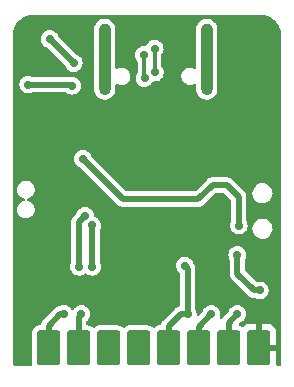
<source format=gbr>
G04 #@! TF.GenerationSoftware,KiCad,Pcbnew,6.0.7+dfsg-1~bpo11+1*
G04 #@! TF.ProjectId,project,70726f6a-6563-4742-9e6b-696361645f70,rev?*
G04 #@! TF.SameCoordinates,Original*
G04 #@! TF.FileFunction,Copper,L2,Bot*
G04 #@! TF.FilePolarity,Positive*
%FSLAX46Y46*%
G04 Gerber Fmt 4.6, Leading zero omitted, Abs format (unit mm)*
%MOMM*%
%LPD*%
G01*
G04 APERTURE LIST*
G04 #@! TA.AperFunction,ComponentPad*
%ADD10O,1.000000X2.100000*%
G04 #@! TD*
G04 #@! TA.AperFunction,ComponentPad*
%ADD11O,1.000000X1.600000*%
G04 #@! TD*
G04 #@! TA.AperFunction,ViaPad*
%ADD12C,0.700000*%
G04 #@! TD*
G04 #@! TA.AperFunction,Conductor*
%ADD13C,0.500000*%
G04 #@! TD*
G04 #@! TA.AperFunction,Conductor*
%ADD14C,0.300000*%
G04 #@! TD*
G04 #@! TA.AperFunction,Conductor*
%ADD15C,1.000000*%
G04 #@! TD*
G04 APERTURE END LIST*
D10*
X116820000Y-102105000D03*
D11*
X108180000Y-97925000D03*
X116820000Y-97925000D03*
D10*
X108180000Y-102105000D03*
G04 #@! TA.AperFunction,ConnectorPad*
G36*
G01*
X104120000Y-126050000D02*
X102720000Y-126050000D01*
G75*
G02*
X102420000Y-125750000I0J300000D01*
G01*
X102420000Y-123350000D01*
G75*
G02*
X102720000Y-123050000I300000J0D01*
G01*
X104120000Y-123050000D01*
G75*
G02*
X104420000Y-123350000I0J-300000D01*
G01*
X104420000Y-125750000D01*
G75*
G02*
X104120000Y-126050000I-300000J0D01*
G01*
G37*
G04 #@! TD.AperFunction*
G04 #@! TA.AperFunction,ConnectorPad*
G36*
G01*
X106660000Y-126050000D02*
X105260000Y-126050000D01*
G75*
G02*
X104960000Y-125750000I0J300000D01*
G01*
X104960000Y-123350000D01*
G75*
G02*
X105260000Y-123050000I300000J0D01*
G01*
X106660000Y-123050000D01*
G75*
G02*
X106960000Y-123350000I0J-300000D01*
G01*
X106960000Y-125750000D01*
G75*
G02*
X106660000Y-126050000I-300000J0D01*
G01*
G37*
G04 #@! TD.AperFunction*
G04 #@! TA.AperFunction,ConnectorPad*
G36*
G01*
X109200000Y-126050000D02*
X107800000Y-126050000D01*
G75*
G02*
X107500000Y-125750000I0J300000D01*
G01*
X107500000Y-123350000D01*
G75*
G02*
X107800000Y-123050000I300000J0D01*
G01*
X109200000Y-123050000D01*
G75*
G02*
X109500000Y-123350000I0J-300000D01*
G01*
X109500000Y-125750000D01*
G75*
G02*
X109200000Y-126050000I-300000J0D01*
G01*
G37*
G04 #@! TD.AperFunction*
G04 #@! TA.AperFunction,ConnectorPad*
G36*
G01*
X111740000Y-126050000D02*
X110340000Y-126050000D01*
G75*
G02*
X110040000Y-125750000I0J300000D01*
G01*
X110040000Y-123350000D01*
G75*
G02*
X110340000Y-123050000I300000J0D01*
G01*
X111740000Y-123050000D01*
G75*
G02*
X112040000Y-123350000I0J-300000D01*
G01*
X112040000Y-125750000D01*
G75*
G02*
X111740000Y-126050000I-300000J0D01*
G01*
G37*
G04 #@! TD.AperFunction*
G04 #@! TA.AperFunction,ConnectorPad*
G36*
G01*
X114280000Y-126050000D02*
X112880000Y-126050000D01*
G75*
G02*
X112580000Y-125750000I0J300000D01*
G01*
X112580000Y-123350000D01*
G75*
G02*
X112880000Y-123050000I300000J0D01*
G01*
X114280000Y-123050000D01*
G75*
G02*
X114580000Y-123350000I0J-300000D01*
G01*
X114580000Y-125750000D01*
G75*
G02*
X114280000Y-126050000I-300000J0D01*
G01*
G37*
G04 #@! TD.AperFunction*
G04 #@! TA.AperFunction,ConnectorPad*
G36*
G01*
X116820000Y-126050000D02*
X115420000Y-126050000D01*
G75*
G02*
X115120000Y-125750000I0J300000D01*
G01*
X115120000Y-123350000D01*
G75*
G02*
X115420000Y-123050000I300000J0D01*
G01*
X116820000Y-123050000D01*
G75*
G02*
X117120000Y-123350000I0J-300000D01*
G01*
X117120000Y-125750000D01*
G75*
G02*
X116820000Y-126050000I-300000J0D01*
G01*
G37*
G04 #@! TD.AperFunction*
G04 #@! TA.AperFunction,ConnectorPad*
G36*
G01*
X119360000Y-126050000D02*
X117960000Y-126050000D01*
G75*
G02*
X117660000Y-125750000I0J300000D01*
G01*
X117660000Y-123350000D01*
G75*
G02*
X117960000Y-123050000I300000J0D01*
G01*
X119360000Y-123050000D01*
G75*
G02*
X119660000Y-123350000I0J-300000D01*
G01*
X119660000Y-125750000D01*
G75*
G02*
X119360000Y-126050000I-300000J0D01*
G01*
G37*
G04 #@! TD.AperFunction*
G04 #@! TA.AperFunction,ConnectorPad*
G36*
G01*
X121900000Y-126050000D02*
X120500000Y-126050000D01*
G75*
G02*
X120200000Y-125750000I0J300000D01*
G01*
X120200000Y-123350000D01*
G75*
G02*
X120500000Y-123050000I300000J0D01*
G01*
X121900000Y-123050000D01*
G75*
G02*
X122200000Y-123350000I0J-300000D01*
G01*
X122200000Y-125750000D01*
G75*
G02*
X121900000Y-126050000I-300000J0D01*
G01*
G37*
G04 #@! TD.AperFunction*
D12*
X109487500Y-119787500D03*
X117900000Y-111800000D03*
X100962500Y-106412500D03*
X105200000Y-98387500D03*
X120420000Y-117780000D03*
X101700000Y-98500000D03*
X117945000Y-108330000D03*
X122700000Y-109125000D03*
X108200000Y-103900000D03*
X121100000Y-106275000D03*
X122000000Y-106275000D03*
X115850000Y-104125000D03*
X120050000Y-100725000D03*
X102200000Y-110000000D03*
X122700000Y-116825000D03*
X114500000Y-106575000D03*
X122100000Y-117700000D03*
X118601472Y-102475000D03*
X109050000Y-103850000D03*
X116950736Y-104125736D03*
X103500000Y-98400000D03*
X105543726Y-100443779D03*
X119512500Y-114212500D03*
X121300000Y-119700000D03*
X106312500Y-108562500D03*
X119400000Y-116700000D03*
X112400000Y-99224500D03*
X112417763Y-101246242D03*
X111500000Y-99774500D03*
X111549216Y-101747850D03*
X104700000Y-121700000D03*
X106200000Y-121700000D03*
X115200000Y-121700000D03*
X114950000Y-117600000D03*
X117200000Y-121700000D03*
X119400000Y-121700000D03*
X107100000Y-114200500D03*
X107100000Y-117700000D03*
X106500000Y-113400000D03*
X106000000Y-117700000D03*
X105400000Y-102375000D03*
X101700000Y-102275000D03*
D13*
X103525000Y-98400000D02*
X105543726Y-100418726D01*
X103500000Y-98400000D02*
X103525000Y-98400000D01*
X105543726Y-100418726D02*
X105543726Y-100443779D01*
X119400000Y-118275000D02*
X119400000Y-116700000D01*
X117300000Y-110775000D02*
X118500000Y-110775000D01*
X121300000Y-119700000D02*
X120825000Y-119700000D01*
X118500000Y-110775000D02*
X119512500Y-111787500D01*
X109725000Y-111975000D02*
X116100000Y-111975000D01*
X120825000Y-119700000D02*
X119400000Y-118275000D01*
X119512500Y-111787500D02*
X119512500Y-114212500D01*
X116100000Y-111975000D02*
X117300000Y-110775000D01*
X106312500Y-108562500D02*
X109725000Y-111975000D01*
D14*
X112400000Y-101228479D02*
X112417763Y-101246242D01*
X112400000Y-99224500D02*
X112400000Y-101228479D01*
X111500000Y-99774500D02*
X111500000Y-101698634D01*
X111500000Y-101698634D02*
X111549216Y-101747850D01*
D13*
X103420000Y-122680000D02*
X103420000Y-124550000D01*
X104700000Y-121700000D02*
X104400000Y-121700000D01*
X104400000Y-121700000D02*
X103420000Y-122680000D01*
X106200000Y-121700000D02*
X105960000Y-121940000D01*
X105960000Y-121940000D02*
X105960000Y-124550000D01*
X113580000Y-122720000D02*
X113580000Y-124550000D01*
X114600000Y-121700000D02*
X113580000Y-122720000D01*
X114950000Y-117600000D02*
X115200000Y-117850000D01*
X115200000Y-117850000D02*
X115200000Y-121700000D01*
X115200000Y-121700000D02*
X114600000Y-121700000D01*
X117200000Y-121700000D02*
X116120000Y-122780000D01*
X116120000Y-122780000D02*
X116120000Y-124550000D01*
X119400000Y-121700000D02*
X118660000Y-122440000D01*
X118660000Y-122440000D02*
X118660000Y-124550000D01*
X107100000Y-114200500D02*
X107100000Y-117700000D01*
X106500000Y-113400000D02*
X106000000Y-113900000D01*
X105300000Y-102275000D02*
X105400000Y-102375000D01*
X106000000Y-113900000D02*
X106000000Y-117700000D01*
X101700000Y-102275000D02*
X105300000Y-102275000D01*
D15*
X108180000Y-102105000D02*
X108180000Y-97925000D01*
X116820000Y-102105000D02*
X116820000Y-97925000D01*
G04 #@! TA.AperFunction,Conductor*
G36*
X121478274Y-96402051D02*
G01*
X121500000Y-96405492D01*
X121509793Y-96403941D01*
X121516150Y-96403941D01*
X121536131Y-96403084D01*
X121698466Y-96414695D01*
X121718642Y-96416138D01*
X121736436Y-96418696D01*
X121941826Y-96463376D01*
X121959074Y-96468440D01*
X122156015Y-96541896D01*
X122172367Y-96549364D01*
X122356847Y-96650097D01*
X122371971Y-96659817D01*
X122540239Y-96785781D01*
X122553825Y-96797554D01*
X122702446Y-96946175D01*
X122714219Y-96959761D01*
X122840183Y-97128029D01*
X122849903Y-97143153D01*
X122950636Y-97327633D01*
X122958104Y-97343985D01*
X123031560Y-97540926D01*
X123036624Y-97558174D01*
X123059784Y-97664639D01*
X123081304Y-97763564D01*
X123083862Y-97781358D01*
X123096916Y-97963869D01*
X123096059Y-97983850D01*
X123096059Y-97990207D01*
X123094508Y-98000000D01*
X123096059Y-98009793D01*
X123097949Y-98021726D01*
X123099500Y-98041436D01*
X123099500Y-125948500D01*
X123079498Y-126016621D01*
X123025842Y-126063114D01*
X122973500Y-126074500D01*
X122812788Y-126074500D01*
X122744667Y-126054498D01*
X122698174Y-126000842D01*
X122688070Y-125930568D01*
X122690017Y-125920157D01*
X122706523Y-125848658D01*
X122707946Y-125838723D01*
X122708000Y-125836847D01*
X122708000Y-124822115D01*
X122703525Y-124806876D01*
X122702135Y-124805671D01*
X122694452Y-124804000D01*
X121072000Y-124804000D01*
X121003879Y-124783998D01*
X120957386Y-124730342D01*
X120946000Y-124678000D01*
X120946000Y-124277885D01*
X121454000Y-124277885D01*
X121458475Y-124293124D01*
X121459865Y-124294329D01*
X121467548Y-124296000D01*
X122689884Y-124296000D01*
X122705123Y-124291525D01*
X122706328Y-124290135D01*
X122707999Y-124282452D01*
X122707999Y-123263123D01*
X122707946Y-123261286D01*
X122706523Y-123251343D01*
X122668532Y-123086780D01*
X122663880Y-123073570D01*
X122591118Y-122923055D01*
X122583657Y-122911207D01*
X122479347Y-122780540D01*
X122469460Y-122770653D01*
X122338793Y-122666343D01*
X122326945Y-122658882D01*
X122176430Y-122586120D01*
X122163220Y-122581468D01*
X121998658Y-122543477D01*
X121988723Y-122542054D01*
X121986847Y-122542000D01*
X121472115Y-122542000D01*
X121456876Y-122546475D01*
X121455671Y-122547865D01*
X121454000Y-122555548D01*
X121454000Y-124277885D01*
X120946000Y-124277885D01*
X120946000Y-122560116D01*
X120941525Y-122544877D01*
X120940135Y-122543672D01*
X120932452Y-122542001D01*
X120413123Y-122542001D01*
X120411286Y-122542054D01*
X120401343Y-122543477D01*
X120236780Y-122581468D01*
X120223570Y-122586120D01*
X120073055Y-122658882D01*
X120061207Y-122666343D01*
X119925042Y-122775042D01*
X119923284Y-122772840D01*
X119872139Y-122800768D01*
X119801324Y-122795703D01*
X119780085Y-122785423D01*
X119702990Y-122738733D01*
X119650383Y-122706873D01*
X119643136Y-122704602D01*
X119643134Y-122704601D01*
X119592087Y-122688604D01*
X119533065Y-122649146D01*
X119504745Y-122584043D01*
X119516118Y-122513963D01*
X119540671Y-122479275D01*
X119572333Y-122447613D01*
X119622492Y-122416875D01*
X119705298Y-122389970D01*
X119705301Y-122389969D01*
X119711997Y-122387793D01*
X119856623Y-122301578D01*
X119861717Y-122296727D01*
X119861721Y-122296724D01*
X119973454Y-122190322D01*
X119973455Y-122190320D01*
X119978554Y-122185465D01*
X119982454Y-122179596D01*
X120065496Y-122054607D01*
X120071731Y-122045223D01*
X120080781Y-122021400D01*
X120129019Y-121894409D01*
X120131521Y-121887823D01*
X120154955Y-121721088D01*
X120155249Y-121700000D01*
X120136481Y-121532676D01*
X120081108Y-121373668D01*
X119991884Y-121230879D01*
X119983104Y-121222037D01*
X119878205Y-121116403D01*
X119878201Y-121116400D01*
X119873242Y-121111406D01*
X119858878Y-121102290D01*
X119804602Y-121067846D01*
X119731079Y-121021187D01*
X119572462Y-120964706D01*
X119565474Y-120963873D01*
X119565471Y-120963872D01*
X119472300Y-120952762D01*
X119405273Y-120944769D01*
X119398270Y-120945505D01*
X119398269Y-120945505D01*
X119352712Y-120950293D01*
X119237821Y-120962369D01*
X119231155Y-120964638D01*
X119231152Y-120964639D01*
X119085098Y-121014360D01*
X119085095Y-121014361D01*
X119078431Y-121016630D01*
X119072436Y-121020318D01*
X119072432Y-121020320D01*
X118941021Y-121101165D01*
X118941019Y-121101167D01*
X118935022Y-121104856D01*
X118914011Y-121125432D01*
X118833957Y-121203827D01*
X118814724Y-121222661D01*
X118723515Y-121364190D01*
X118721105Y-121370810D01*
X118721104Y-121370813D01*
X118680220Y-121483140D01*
X118650914Y-121529140D01*
X118257302Y-121922752D01*
X118248685Y-121930593D01*
X118242060Y-121934798D01*
X118236633Y-121940577D01*
X118236632Y-121940578D01*
X118194151Y-121985816D01*
X118191396Y-121988658D01*
X118171089Y-122008965D01*
X118168660Y-122012096D01*
X118168655Y-122012102D01*
X118168442Y-122012377D01*
X118160745Y-122021390D01*
X118129552Y-122054607D01*
X118128446Y-122053568D01*
X118079250Y-122091504D01*
X118008514Y-122097579D01*
X117945722Y-122064448D01*
X117910810Y-122002628D01*
X117915748Y-121929346D01*
X117929019Y-121894409D01*
X117931521Y-121887823D01*
X117954955Y-121721088D01*
X117955249Y-121700000D01*
X117936481Y-121532676D01*
X117881108Y-121373668D01*
X117791884Y-121230879D01*
X117783104Y-121222037D01*
X117678205Y-121116403D01*
X117678201Y-121116400D01*
X117673242Y-121111406D01*
X117658878Y-121102290D01*
X117604602Y-121067846D01*
X117531079Y-121021187D01*
X117372462Y-120964706D01*
X117365474Y-120963873D01*
X117365471Y-120963872D01*
X117272300Y-120952762D01*
X117205273Y-120944769D01*
X117198270Y-120945505D01*
X117198269Y-120945505D01*
X117152712Y-120950293D01*
X117037821Y-120962369D01*
X117031155Y-120964638D01*
X117031152Y-120964639D01*
X116885098Y-121014360D01*
X116885095Y-121014361D01*
X116878431Y-121016630D01*
X116872436Y-121020318D01*
X116872432Y-121020320D01*
X116741021Y-121101165D01*
X116741019Y-121101167D01*
X116735022Y-121104856D01*
X116714011Y-121125432D01*
X116633957Y-121203827D01*
X116614724Y-121222661D01*
X116523515Y-121364190D01*
X116521105Y-121370810D01*
X116521104Y-121370813D01*
X116480220Y-121483140D01*
X116450914Y-121529140D01*
X116170065Y-121809989D01*
X116107753Y-121844015D01*
X116036938Y-121838950D01*
X115980102Y-121796403D01*
X115955291Y-121729883D01*
X115954982Y-121719136D01*
X115955194Y-121703946D01*
X115955249Y-121700000D01*
X115936481Y-121532676D01*
X115881108Y-121373668D01*
X115869646Y-121355325D01*
X115850500Y-121288555D01*
X115850500Y-117930999D01*
X115851049Y-117919359D01*
X115852760Y-117911703D01*
X115850562Y-117841768D01*
X115850500Y-117837811D01*
X115850500Y-117809075D01*
X115849961Y-117804807D01*
X115849028Y-117792964D01*
X115847899Y-117757025D01*
X115847597Y-117747430D01*
X115841722Y-117727208D01*
X115837711Y-117707842D01*
X115836065Y-117694806D01*
X115836064Y-117694801D01*
X115835071Y-117686942D01*
X115818297Y-117644574D01*
X115814458Y-117633361D01*
X115803955Y-117597211D01*
X115801744Y-117589601D01*
X115791019Y-117571466D01*
X115782320Y-117553709D01*
X115777486Y-117541498D01*
X115777485Y-117541496D01*
X115774568Y-117534129D01*
X115747788Y-117497269D01*
X115741272Y-117487349D01*
X115718081Y-117448135D01*
X115703188Y-117433242D01*
X115690348Y-117418210D01*
X115688587Y-117415786D01*
X115684181Y-117409722D01*
X115667127Y-117377099D01*
X115633427Y-117280325D01*
X115633424Y-117280319D01*
X115631108Y-117273668D01*
X115541884Y-117130879D01*
X115533723Y-117122661D01*
X115428205Y-117016403D01*
X115428201Y-117016400D01*
X115423242Y-117011406D01*
X115281079Y-116921187D01*
X115122462Y-116864706D01*
X115115474Y-116863873D01*
X115115471Y-116863872D01*
X115022300Y-116852762D01*
X114955273Y-116844769D01*
X114948270Y-116845505D01*
X114948269Y-116845505D01*
X114905351Y-116850016D01*
X114787821Y-116862369D01*
X114781155Y-116864638D01*
X114781152Y-116864639D01*
X114635098Y-116914360D01*
X114635095Y-116914361D01*
X114628431Y-116916630D01*
X114622436Y-116920318D01*
X114622432Y-116920320D01*
X114491021Y-117001165D01*
X114491019Y-117001167D01*
X114485022Y-117004856D01*
X114466688Y-117022810D01*
X114377731Y-117109924D01*
X114364724Y-117122661D01*
X114273515Y-117264190D01*
X114271105Y-117270810D01*
X114271104Y-117270813D01*
X114251793Y-117323869D01*
X114215927Y-117422409D01*
X114194825Y-117589455D01*
X114195512Y-117596462D01*
X114195512Y-117596465D01*
X114200231Y-117644589D01*
X114211255Y-117757025D01*
X114264402Y-117916791D01*
X114268049Y-117922813D01*
X114268050Y-117922815D01*
X114320917Y-118010108D01*
X114351624Y-118060812D01*
X114468586Y-118181929D01*
X114492493Y-118197574D01*
X114538541Y-118251609D01*
X114549500Y-118303005D01*
X114549500Y-120939625D01*
X114529498Y-121007746D01*
X114475842Y-121054239D01*
X114452230Y-121060955D01*
X114452489Y-121061963D01*
X114444806Y-121063936D01*
X114436942Y-121064929D01*
X114429571Y-121067848D01*
X114429569Y-121067848D01*
X114394580Y-121081702D01*
X114383369Y-121085541D01*
X114339602Y-121098256D01*
X114321470Y-121108979D01*
X114321467Y-121108981D01*
X114303719Y-121117676D01*
X114284129Y-121125432D01*
X114247270Y-121152212D01*
X114237354Y-121158725D01*
X114204958Y-121177883D01*
X114204953Y-121177887D01*
X114198135Y-121181919D01*
X114183242Y-121196812D01*
X114168208Y-121209653D01*
X114151163Y-121222037D01*
X114146110Y-121228145D01*
X114122121Y-121257143D01*
X114114131Y-121265923D01*
X113177302Y-122202752D01*
X113168685Y-122210593D01*
X113162060Y-122214798D01*
X113156633Y-122220577D01*
X113156632Y-122220578D01*
X113114151Y-122265816D01*
X113111396Y-122268658D01*
X113091089Y-122288965D01*
X113088660Y-122292096D01*
X113088655Y-122292102D01*
X113088442Y-122292377D01*
X113080745Y-122301390D01*
X113049552Y-122334607D01*
X113045733Y-122341554D01*
X113039404Y-122353066D01*
X113028550Y-122369590D01*
X113015638Y-122386236D01*
X112998335Y-122426222D01*
X112997546Y-122428045D01*
X112992330Y-122438693D01*
X112970373Y-122478632D01*
X112968402Y-122486311D01*
X112968401Y-122486312D01*
X112965133Y-122499041D01*
X112958727Y-122517750D01*
X112953512Y-122529800D01*
X112953510Y-122529805D01*
X112950365Y-122537074D01*
X112949126Y-122544897D01*
X112946912Y-122552517D01*
X112945214Y-122552024D01*
X112918985Y-122607360D01*
X112858719Y-122644890D01*
X112829749Y-122648845D01*
X112829773Y-122649369D01*
X112826888Y-122649501D01*
X112824008Y-122649501D01*
X112821150Y-122649764D01*
X112821141Y-122649764D01*
X112785757Y-122653015D01*
X112751406Y-122656171D01*
X112745028Y-122658170D01*
X112745027Y-122658170D01*
X112596866Y-122704601D01*
X112596864Y-122704602D01*
X112589617Y-122706873D01*
X112444592Y-122794703D01*
X112399095Y-122840200D01*
X112336783Y-122874226D01*
X112265968Y-122869161D01*
X112220905Y-122840200D01*
X112175408Y-122794703D01*
X112030383Y-122706873D01*
X112023136Y-122704602D01*
X112023134Y-122704601D01*
X111956292Y-122683654D01*
X111868594Y-122656171D01*
X111795993Y-122649500D01*
X111793095Y-122649500D01*
X111038039Y-122649501D01*
X110284008Y-122649501D01*
X110281150Y-122649764D01*
X110281141Y-122649764D01*
X110245757Y-122653015D01*
X110211406Y-122656171D01*
X110205028Y-122658170D01*
X110205027Y-122658170D01*
X110056866Y-122704601D01*
X110056864Y-122704602D01*
X110049617Y-122706873D01*
X109904592Y-122794703D01*
X109859095Y-122840200D01*
X109796783Y-122874226D01*
X109725968Y-122869161D01*
X109680905Y-122840200D01*
X109635408Y-122794703D01*
X109490383Y-122706873D01*
X109483136Y-122704602D01*
X109483134Y-122704601D01*
X109416292Y-122683654D01*
X109328594Y-122656171D01*
X109255993Y-122649500D01*
X109253095Y-122649500D01*
X108498039Y-122649501D01*
X107744008Y-122649501D01*
X107741150Y-122649764D01*
X107741141Y-122649764D01*
X107705757Y-122653015D01*
X107671406Y-122656171D01*
X107665028Y-122658170D01*
X107665027Y-122658170D01*
X107516866Y-122704601D01*
X107516864Y-122704602D01*
X107509617Y-122706873D01*
X107364592Y-122794703D01*
X107319095Y-122840200D01*
X107256783Y-122874226D01*
X107185968Y-122869161D01*
X107140905Y-122840200D01*
X107095408Y-122794703D01*
X106950383Y-122706873D01*
X106943136Y-122704602D01*
X106943134Y-122704601D01*
X106876292Y-122683654D01*
X106788594Y-122656171D01*
X106724971Y-122650325D01*
X106658966Y-122624174D01*
X106617578Y-122566490D01*
X106610500Y-122524854D01*
X106610500Y-122398149D01*
X106630502Y-122330028D01*
X106656719Y-122301679D01*
X106656623Y-122301578D01*
X106658215Y-122300062D01*
X106747751Y-122214798D01*
X106773454Y-122190322D01*
X106773455Y-122190320D01*
X106778554Y-122185465D01*
X106782454Y-122179596D01*
X106865496Y-122054607D01*
X106871731Y-122045223D01*
X106880781Y-122021400D01*
X106929019Y-121894409D01*
X106931521Y-121887823D01*
X106954955Y-121721088D01*
X106955249Y-121700000D01*
X106936481Y-121532676D01*
X106881108Y-121373668D01*
X106791884Y-121230879D01*
X106783104Y-121222037D01*
X106678205Y-121116403D01*
X106678201Y-121116400D01*
X106673242Y-121111406D01*
X106658878Y-121102290D01*
X106604602Y-121067846D01*
X106531079Y-121021187D01*
X106372462Y-120964706D01*
X106365474Y-120963873D01*
X106365471Y-120963872D01*
X106272300Y-120952762D01*
X106205273Y-120944769D01*
X106198270Y-120945505D01*
X106198269Y-120945505D01*
X106152712Y-120950293D01*
X106037821Y-120962369D01*
X106031155Y-120964638D01*
X106031152Y-120964639D01*
X105885098Y-121014360D01*
X105885095Y-121014361D01*
X105878431Y-121016630D01*
X105872436Y-121020318D01*
X105872432Y-121020320D01*
X105741021Y-121101165D01*
X105741019Y-121101167D01*
X105735022Y-121104856D01*
X105714011Y-121125432D01*
X105633957Y-121203827D01*
X105614724Y-121222661D01*
X105610908Y-121228583D01*
X105555759Y-121314157D01*
X105502045Y-121360582D01*
X105431758Y-121370597D01*
X105367215Y-121341022D01*
X105342994Y-121312672D01*
X105295617Y-121236853D01*
X105291884Y-121230879D01*
X105283104Y-121222037D01*
X105178205Y-121116403D01*
X105178201Y-121116400D01*
X105173242Y-121111406D01*
X105158878Y-121102290D01*
X105104602Y-121067846D01*
X105031079Y-121021187D01*
X104872462Y-120964706D01*
X104865474Y-120963873D01*
X104865471Y-120963872D01*
X104772300Y-120952762D01*
X104705273Y-120944769D01*
X104698270Y-120945505D01*
X104698269Y-120945505D01*
X104652712Y-120950293D01*
X104537821Y-120962369D01*
X104531155Y-120964638D01*
X104531152Y-120964639D01*
X104385098Y-121014360D01*
X104385095Y-121014361D01*
X104378431Y-121016630D01*
X104372430Y-121020322D01*
X104347449Y-121035690D01*
X104302719Y-121052237D01*
X104297430Y-121052403D01*
X104280523Y-121057315D01*
X104277208Y-121058278D01*
X104257844Y-121062289D01*
X104255665Y-121062564D01*
X104244806Y-121063935D01*
X104244801Y-121063936D01*
X104236942Y-121064929D01*
X104194577Y-121081702D01*
X104183361Y-121085542D01*
X104147211Y-121096045D01*
X104139601Y-121098256D01*
X104121466Y-121108981D01*
X104103712Y-121117678D01*
X104098083Y-121119907D01*
X104091498Y-121122514D01*
X104091496Y-121122515D01*
X104084129Y-121125432D01*
X104055633Y-121146135D01*
X104047269Y-121152212D01*
X104037354Y-121158725D01*
X103998135Y-121181919D01*
X103983242Y-121196812D01*
X103968208Y-121209653D01*
X103951163Y-121222037D01*
X103946110Y-121228145D01*
X103922121Y-121257143D01*
X103914131Y-121265923D01*
X103017302Y-122162752D01*
X103008685Y-122170593D01*
X103002060Y-122174798D01*
X102996633Y-122180577D01*
X102996632Y-122180578D01*
X102954151Y-122225816D01*
X102951408Y-122228646D01*
X102931089Y-122248965D01*
X102928660Y-122252096D01*
X102928655Y-122252102D01*
X102928442Y-122252377D01*
X102920745Y-122261390D01*
X102889552Y-122294607D01*
X102885733Y-122301554D01*
X102879404Y-122313066D01*
X102868550Y-122329590D01*
X102860496Y-122339973D01*
X102855638Y-122346236D01*
X102838329Y-122386236D01*
X102837546Y-122388045D01*
X102832330Y-122398693D01*
X102810373Y-122438632D01*
X102808402Y-122446311D01*
X102808401Y-122446312D01*
X102805133Y-122459041D01*
X102798727Y-122477750D01*
X102793512Y-122489800D01*
X102793510Y-122489805D01*
X102790365Y-122497074D01*
X102783856Y-122538169D01*
X102783239Y-122542065D01*
X102780836Y-122553670D01*
X102780476Y-122555073D01*
X102744171Y-122616085D01*
X102680644Y-122647783D01*
X102665301Y-122649501D01*
X102664008Y-122649501D01*
X102591406Y-122656171D01*
X102585028Y-122658170D01*
X102585027Y-122658170D01*
X102436866Y-122704601D01*
X102436864Y-122704602D01*
X102429617Y-122706873D01*
X102284592Y-122794703D01*
X102164703Y-122914592D01*
X102076873Y-123059617D01*
X102074602Y-123066864D01*
X102074601Y-123066866D01*
X102054156Y-123132106D01*
X102026171Y-123221406D01*
X102019500Y-123294007D01*
X102019501Y-125805992D01*
X102026171Y-125878594D01*
X102028169Y-125884968D01*
X102036271Y-125910822D01*
X102037554Y-125981807D01*
X102000256Y-126042217D01*
X101936219Y-126072873D01*
X101916036Y-126074500D01*
X100526500Y-126074500D01*
X100458379Y-126054498D01*
X100411886Y-126000842D01*
X100400500Y-125948500D01*
X100400500Y-117689455D01*
X105244825Y-117689455D01*
X105245512Y-117696462D01*
X105245512Y-117696465D01*
X105250509Y-117747430D01*
X105261255Y-117857025D01*
X105314402Y-118016791D01*
X105401624Y-118160812D01*
X105406513Y-118165875D01*
X105406514Y-118165876D01*
X105459959Y-118221219D01*
X105518586Y-118281929D01*
X105524483Y-118285788D01*
X105653577Y-118370266D01*
X105653581Y-118370268D01*
X105659475Y-118374125D01*
X105817289Y-118432815D01*
X105824270Y-118433746D01*
X105824272Y-118433747D01*
X105869812Y-118439823D01*
X105984183Y-118455083D01*
X105991194Y-118454445D01*
X105991198Y-118454445D01*
X106144843Y-118440462D01*
X106151864Y-118439823D01*
X106158566Y-118437645D01*
X106158568Y-118437645D01*
X106305298Y-118389970D01*
X106305301Y-118389969D01*
X106311997Y-118387793D01*
X106456623Y-118301578D01*
X106462516Y-118295966D01*
X106463146Y-118295642D01*
X106467335Y-118292462D01*
X106467894Y-118293198D01*
X106525640Y-118263472D01*
X106596311Y-118270264D01*
X106617853Y-118283050D01*
X106618586Y-118281929D01*
X106753577Y-118370266D01*
X106753581Y-118370268D01*
X106759475Y-118374125D01*
X106917289Y-118432815D01*
X106924270Y-118433746D01*
X106924272Y-118433747D01*
X106969812Y-118439823D01*
X107084183Y-118455083D01*
X107091194Y-118454445D01*
X107091198Y-118454445D01*
X107244843Y-118440462D01*
X107251864Y-118439823D01*
X107258566Y-118437645D01*
X107258568Y-118437645D01*
X107405298Y-118389970D01*
X107405301Y-118389969D01*
X107411997Y-118387793D01*
X107556623Y-118301578D01*
X107561717Y-118296727D01*
X107561721Y-118296724D01*
X107673454Y-118190322D01*
X107673455Y-118190320D01*
X107678554Y-118185465D01*
X107694934Y-118160812D01*
X107758009Y-118065876D01*
X107771731Y-118045223D01*
X107831521Y-117887823D01*
X107854955Y-117721088D01*
X107855249Y-117700000D01*
X107849034Y-117644589D01*
X107837266Y-117539672D01*
X107837265Y-117539669D01*
X107836481Y-117532676D01*
X107781108Y-117373668D01*
X107769646Y-117355325D01*
X107750500Y-117288555D01*
X107750500Y-116689455D01*
X118644825Y-116689455D01*
X118645512Y-116696462D01*
X118645512Y-116696465D01*
X118648311Y-116725010D01*
X118661255Y-116857025D01*
X118714402Y-117016791D01*
X118731277Y-117044655D01*
X118749500Y-117109924D01*
X118749500Y-118194000D01*
X118748951Y-118205640D01*
X118747240Y-118213296D01*
X118747489Y-118221219D01*
X118749438Y-118283230D01*
X118749500Y-118287188D01*
X118749500Y-118315925D01*
X118749995Y-118319842D01*
X118750039Y-118320191D01*
X118750971Y-118332024D01*
X118752403Y-118377569D01*
X118754615Y-118385183D01*
X118754616Y-118385188D01*
X118758278Y-118397792D01*
X118762289Y-118417156D01*
X118764929Y-118438058D01*
X118767848Y-118445429D01*
X118767848Y-118445431D01*
X118781702Y-118480420D01*
X118785541Y-118491631D01*
X118798256Y-118535398D01*
X118808981Y-118553533D01*
X118817676Y-118571281D01*
X118825432Y-118590871D01*
X118852218Y-118627738D01*
X118858725Y-118637646D01*
X118877883Y-118670042D01*
X118877887Y-118670047D01*
X118881919Y-118676865D01*
X118896812Y-118691758D01*
X118909653Y-118706792D01*
X118922037Y-118723837D01*
X118928145Y-118728890D01*
X118957143Y-118752879D01*
X118965923Y-118760869D01*
X120307752Y-120102698D01*
X120315593Y-120111315D01*
X120319798Y-120117940D01*
X120325577Y-120123367D01*
X120325578Y-120123368D01*
X120370816Y-120165849D01*
X120373658Y-120168604D01*
X120393965Y-120188911D01*
X120397096Y-120191340D01*
X120397102Y-120191345D01*
X120397377Y-120191558D01*
X120406390Y-120199255D01*
X120439607Y-120230448D01*
X120446554Y-120234267D01*
X120458066Y-120240596D01*
X120474590Y-120251450D01*
X120491236Y-120264362D01*
X120525681Y-120279268D01*
X120533041Y-120282453D01*
X120543700Y-120287675D01*
X120576686Y-120305809D01*
X120576690Y-120305810D01*
X120583632Y-120309627D01*
X120591305Y-120311597D01*
X120591307Y-120311598D01*
X120604036Y-120314866D01*
X120622740Y-120321270D01*
X120634793Y-120326486D01*
X120634802Y-120326489D01*
X120642073Y-120329635D01*
X120649901Y-120330875D01*
X120649902Y-120330875D01*
X120687067Y-120336761D01*
X120698693Y-120339169D01*
X120735146Y-120348529D01*
X120735147Y-120348529D01*
X120742823Y-120350500D01*
X120763890Y-120350500D01*
X120783602Y-120352051D01*
X120804405Y-120355346D01*
X120812297Y-120354600D01*
X120849756Y-120351059D01*
X120861614Y-120350500D01*
X120885810Y-120350500D01*
X120946529Y-120368603D01*
X120947292Y-120367092D01*
X120953588Y-120370272D01*
X120959475Y-120374125D01*
X120966067Y-120376577D01*
X120966070Y-120376578D01*
X120996227Y-120387793D01*
X121117289Y-120432815D01*
X121124270Y-120433746D01*
X121124272Y-120433747D01*
X121169812Y-120439823D01*
X121284183Y-120455083D01*
X121291194Y-120454445D01*
X121291198Y-120454445D01*
X121444843Y-120440462D01*
X121451864Y-120439823D01*
X121458566Y-120437645D01*
X121458568Y-120437645D01*
X121605298Y-120389970D01*
X121605301Y-120389969D01*
X121611997Y-120387793D01*
X121756623Y-120301578D01*
X121761717Y-120296727D01*
X121761721Y-120296724D01*
X121873454Y-120190322D01*
X121873455Y-120190320D01*
X121878554Y-120185465D01*
X121889757Y-120168604D01*
X121929229Y-120109193D01*
X121971731Y-120045223D01*
X122031521Y-119887823D01*
X122054955Y-119721088D01*
X122055249Y-119700000D01*
X122036481Y-119532676D01*
X121981108Y-119373668D01*
X121891884Y-119230879D01*
X121886920Y-119225880D01*
X121778205Y-119116403D01*
X121778201Y-119116400D01*
X121773242Y-119111406D01*
X121631079Y-119021187D01*
X121472462Y-118964706D01*
X121465474Y-118963873D01*
X121465471Y-118963872D01*
X121372300Y-118952762D01*
X121305273Y-118944769D01*
X121298270Y-118945505D01*
X121298269Y-118945505D01*
X121252712Y-118950293D01*
X121137821Y-118962369D01*
X121131152Y-118964639D01*
X121131149Y-118964640D01*
X121114702Y-118970239D01*
X121043770Y-118973257D01*
X120985002Y-118940056D01*
X120087405Y-118042459D01*
X120053379Y-117980147D01*
X120050500Y-117953364D01*
X120050500Y-117115220D01*
X120067538Y-117058862D01*
X120064612Y-117057359D01*
X120067836Y-117051085D01*
X120071731Y-117045223D01*
X120085193Y-117009785D01*
X120120578Y-116916630D01*
X120131521Y-116887823D01*
X120154955Y-116721088D01*
X120155249Y-116700000D01*
X120136481Y-116532676D01*
X120081108Y-116373668D01*
X119991884Y-116230879D01*
X119983723Y-116222661D01*
X119878205Y-116116403D01*
X119878201Y-116116400D01*
X119873242Y-116111406D01*
X119731079Y-116021187D01*
X119572462Y-115964706D01*
X119565474Y-115963873D01*
X119565471Y-115963872D01*
X119472300Y-115952762D01*
X119405273Y-115944769D01*
X119398270Y-115945505D01*
X119398269Y-115945505D01*
X119352712Y-115950293D01*
X119237821Y-115962369D01*
X119231155Y-115964638D01*
X119231152Y-115964639D01*
X119085098Y-116014360D01*
X119085095Y-116014361D01*
X119078431Y-116016630D01*
X119072436Y-116020318D01*
X119072432Y-116020320D01*
X118941021Y-116101165D01*
X118941019Y-116101167D01*
X118935022Y-116104856D01*
X118814724Y-116222661D01*
X118723515Y-116364190D01*
X118665927Y-116522409D01*
X118644825Y-116689455D01*
X107750500Y-116689455D01*
X107750500Y-114615720D01*
X107767538Y-114559362D01*
X107764612Y-114557859D01*
X107767836Y-114551585D01*
X107771731Y-114545723D01*
X107780512Y-114522608D01*
X107824461Y-114406909D01*
X107831521Y-114388323D01*
X107852717Y-114237510D01*
X107854404Y-114225510D01*
X107854404Y-114225506D01*
X107854955Y-114221588D01*
X107855249Y-114200500D01*
X107854809Y-114196577D01*
X107837266Y-114040172D01*
X107837265Y-114040169D01*
X107836481Y-114033176D01*
X107781108Y-113874168D01*
X107691884Y-113731379D01*
X107685448Y-113724898D01*
X107578205Y-113616903D01*
X107578201Y-113616900D01*
X107573242Y-113611906D01*
X107554600Y-113600075D01*
X107475047Y-113549590D01*
X107431079Y-113521687D01*
X107336323Y-113487946D01*
X107278859Y-113446252D01*
X107253375Y-113383292D01*
X107237266Y-113239672D01*
X107237265Y-113239669D01*
X107236481Y-113232676D01*
X107181108Y-113073668D01*
X107091884Y-112930879D01*
X107083723Y-112922661D01*
X106978205Y-112816403D01*
X106978201Y-112816400D01*
X106973242Y-112811406D01*
X106958295Y-112801920D01*
X106917953Y-112776319D01*
X106831079Y-112721187D01*
X106672462Y-112664706D01*
X106665474Y-112663873D01*
X106665471Y-112663872D01*
X106572300Y-112652762D01*
X106505273Y-112644769D01*
X106498270Y-112645505D01*
X106498269Y-112645505D01*
X106452712Y-112650293D01*
X106337821Y-112662369D01*
X106331155Y-112664638D01*
X106331152Y-112664639D01*
X106185098Y-112714360D01*
X106185095Y-112714361D01*
X106178431Y-112716630D01*
X106172436Y-112720318D01*
X106172432Y-112720320D01*
X106041021Y-112801165D01*
X106041019Y-112801167D01*
X106035022Y-112804856D01*
X105914724Y-112922661D01*
X105910908Y-112928583D01*
X105828713Y-113056125D01*
X105823515Y-113064190D01*
X105821105Y-113070810D01*
X105821104Y-113070813D01*
X105780220Y-113183140D01*
X105750914Y-113229140D01*
X105597302Y-113382752D01*
X105588685Y-113390593D01*
X105582060Y-113394798D01*
X105576633Y-113400577D01*
X105576632Y-113400578D01*
X105534151Y-113445816D01*
X105531396Y-113448658D01*
X105511089Y-113468965D01*
X105508660Y-113472096D01*
X105508655Y-113472102D01*
X105508442Y-113472377D01*
X105500745Y-113481390D01*
X105469552Y-113514607D01*
X105465733Y-113521554D01*
X105459404Y-113533066D01*
X105448550Y-113549590D01*
X105435638Y-113566236D01*
X105420995Y-113600075D01*
X105417546Y-113608045D01*
X105412330Y-113618693D01*
X105390373Y-113658632D01*
X105388402Y-113666311D01*
X105388401Y-113666312D01*
X105385133Y-113679041D01*
X105378727Y-113697750D01*
X105373512Y-113709800D01*
X105373510Y-113709805D01*
X105370365Y-113717074D01*
X105369126Y-113724898D01*
X105363239Y-113762065D01*
X105360831Y-113773690D01*
X105351472Y-113810140D01*
X105351471Y-113810145D01*
X105349500Y-113817823D01*
X105349500Y-113838884D01*
X105347949Y-113858596D01*
X105344653Y-113879405D01*
X105345399Y-113887296D01*
X105348941Y-113924765D01*
X105349500Y-113936623D01*
X105349500Y-117286785D01*
X105330337Y-117351894D01*
X105330464Y-117351957D01*
X105330105Y-117352680D01*
X105329410Y-117355042D01*
X105323515Y-117364190D01*
X105265927Y-117522409D01*
X105244825Y-117689455D01*
X100400500Y-117689455D01*
X100400500Y-112890862D01*
X100745497Y-112890862D01*
X100746737Y-112898078D01*
X100746737Y-112898080D01*
X100773894Y-113056125D01*
X100775134Y-113063340D01*
X100843654Y-113224373D01*
X100947383Y-113365324D01*
X100952961Y-113370063D01*
X100952964Y-113370066D01*
X101075176Y-113473893D01*
X101075180Y-113473896D01*
X101080755Y-113478632D01*
X101160441Y-113519322D01*
X101177687Y-113528128D01*
X101236616Y-113558219D01*
X101243721Y-113559958D01*
X101243725Y-113559959D01*
X101324858Y-113579811D01*
X101406606Y-113599815D01*
X101412206Y-113600162D01*
X101412210Y-113600163D01*
X101415709Y-113600380D01*
X101415718Y-113600380D01*
X101417648Y-113600500D01*
X101543822Y-113600500D01*
X101635369Y-113589827D01*
X101666556Y-113586191D01*
X101666558Y-113586191D01*
X101673828Y-113585343D01*
X101680705Y-113582847D01*
X101680708Y-113582846D01*
X101831452Y-113528128D01*
X101838331Y-113525631D01*
X101984685Y-113429677D01*
X102105040Y-113302628D01*
X102192939Y-113151298D01*
X102243667Y-112983807D01*
X102254503Y-112809138D01*
X102239788Y-112723498D01*
X102226106Y-112643875D01*
X102226105Y-112643873D01*
X102224866Y-112636660D01*
X102173352Y-112515594D01*
X102159211Y-112482360D01*
X102159211Y-112482359D01*
X102156346Y-112475627D01*
X102052617Y-112334676D01*
X102047039Y-112329937D01*
X102047036Y-112329934D01*
X101924824Y-112226107D01*
X101924820Y-112226104D01*
X101919245Y-112221368D01*
X101835062Y-112178382D01*
X101769900Y-112145108D01*
X101769898Y-112145107D01*
X101763384Y-112141781D01*
X101756279Y-112140042D01*
X101756275Y-112140041D01*
X101707674Y-112128149D01*
X101691993Y-112124312D01*
X101630579Y-112088692D01*
X101598171Y-112025524D01*
X101605060Y-111954862D01*
X101649057Y-111899142D01*
X101678949Y-111883484D01*
X101752898Y-111856642D01*
X101838331Y-111825631D01*
X101984685Y-111729677D01*
X102105040Y-111602628D01*
X102192939Y-111451298D01*
X102243667Y-111283807D01*
X102254503Y-111109138D01*
X102248356Y-111073360D01*
X102226106Y-110943875D01*
X102226105Y-110943873D01*
X102224866Y-110936660D01*
X102156346Y-110775627D01*
X102052617Y-110634676D01*
X102047039Y-110629937D01*
X102047036Y-110629934D01*
X101924824Y-110526107D01*
X101924820Y-110526104D01*
X101919245Y-110521368D01*
X101835062Y-110478382D01*
X101769900Y-110445108D01*
X101769898Y-110445107D01*
X101763384Y-110441781D01*
X101756279Y-110440042D01*
X101756275Y-110440041D01*
X101662741Y-110417154D01*
X101593394Y-110400185D01*
X101587794Y-110399838D01*
X101587790Y-110399837D01*
X101584291Y-110399620D01*
X101584282Y-110399620D01*
X101582352Y-110399500D01*
X101456178Y-110399500D01*
X101364631Y-110410173D01*
X101333444Y-110413809D01*
X101333442Y-110413809D01*
X101326172Y-110414657D01*
X101319295Y-110417153D01*
X101319292Y-110417154D01*
X101242281Y-110445108D01*
X101161669Y-110474369D01*
X101015315Y-110570323D01*
X100894960Y-110697372D01*
X100807061Y-110848702D01*
X100756333Y-111016193D01*
X100745497Y-111190862D01*
X100746737Y-111198078D01*
X100746737Y-111198080D01*
X100773894Y-111356125D01*
X100775134Y-111363340D01*
X100843654Y-111524373D01*
X100947383Y-111665324D01*
X100952961Y-111670063D01*
X100952964Y-111670066D01*
X101075176Y-111773893D01*
X101075180Y-111773896D01*
X101080755Y-111778632D01*
X101114719Y-111795975D01*
X101172797Y-111825631D01*
X101236616Y-111858219D01*
X101243721Y-111859958D01*
X101243725Y-111859959D01*
X101292326Y-111871851D01*
X101308007Y-111875688D01*
X101369421Y-111911308D01*
X101401829Y-111974476D01*
X101394940Y-112045138D01*
X101350943Y-112100858D01*
X101321052Y-112116515D01*
X101161669Y-112174369D01*
X101015315Y-112270323D01*
X100894960Y-112397372D01*
X100807061Y-112548702D01*
X100756333Y-112716193D01*
X100745497Y-112890862D01*
X100400500Y-112890862D01*
X100400500Y-108551955D01*
X105557325Y-108551955D01*
X105573755Y-108719525D01*
X105626902Y-108879291D01*
X105714124Y-109023312D01*
X105831086Y-109144429D01*
X105836983Y-109148288D01*
X105966077Y-109232766D01*
X105966081Y-109232768D01*
X105971975Y-109236625D01*
X105978579Y-109239081D01*
X106097005Y-109283123D01*
X106142180Y-109312126D01*
X109207743Y-112377688D01*
X109215593Y-112386315D01*
X109219798Y-112392940D01*
X109225575Y-112398365D01*
X109270832Y-112440864D01*
X109273674Y-112443619D01*
X109293966Y-112463911D01*
X109297372Y-112466553D01*
X109306392Y-112474257D01*
X109339607Y-112505448D01*
X109358070Y-112515598D01*
X109374593Y-112526452D01*
X109384975Y-112534506D01*
X109384977Y-112534507D01*
X109391237Y-112539363D01*
X109432741Y-112557323D01*
X109433046Y-112557455D01*
X109443706Y-112562677D01*
X109483632Y-112584627D01*
X109504037Y-112589866D01*
X109522742Y-112596270D01*
X109542074Y-112604636D01*
X109549900Y-112605876D01*
X109549905Y-112605877D01*
X109587076Y-112611765D01*
X109598696Y-112614171D01*
X109631516Y-112622597D01*
X109642823Y-112625500D01*
X109663884Y-112625500D01*
X109683595Y-112627051D01*
X109696576Y-112629107D01*
X109704405Y-112630347D01*
X109712296Y-112629601D01*
X109749765Y-112626059D01*
X109761623Y-112625500D01*
X116019000Y-112625500D01*
X116030640Y-112626049D01*
X116038296Y-112627760D01*
X116046219Y-112627511D01*
X116108230Y-112625562D01*
X116112188Y-112625500D01*
X116140925Y-112625500D01*
X116145196Y-112624961D01*
X116157024Y-112624029D01*
X116202569Y-112622597D01*
X116210183Y-112620385D01*
X116210188Y-112620384D01*
X116222792Y-112616722D01*
X116242156Y-112612711D01*
X116263058Y-112610071D01*
X116270429Y-112607152D01*
X116270431Y-112607152D01*
X116305420Y-112593298D01*
X116316631Y-112589459D01*
X116360398Y-112576744D01*
X116378536Y-112566018D01*
X116396281Y-112557324D01*
X116415871Y-112549568D01*
X116452738Y-112522782D01*
X116462646Y-112516275D01*
X116495042Y-112497117D01*
X116495047Y-112497113D01*
X116501865Y-112493081D01*
X116516758Y-112478188D01*
X116531792Y-112465347D01*
X116542423Y-112457623D01*
X116548837Y-112452963D01*
X116577880Y-112417856D01*
X116585869Y-112409077D01*
X117532541Y-111462405D01*
X117594853Y-111428379D01*
X117621636Y-111425500D01*
X118178364Y-111425500D01*
X118246485Y-111445502D01*
X118267459Y-111462405D01*
X118825095Y-112020041D01*
X118859121Y-112082353D01*
X118862000Y-112109136D01*
X118862000Y-113799285D01*
X118842837Y-113864394D01*
X118842964Y-113864457D01*
X118842605Y-113865180D01*
X118841910Y-113867542D01*
X118839833Y-113870765D01*
X118836015Y-113876690D01*
X118778427Y-114034909D01*
X118757325Y-114201955D01*
X118758012Y-114208962D01*
X118758012Y-114208965D01*
X118760811Y-114237510D01*
X118773755Y-114369525D01*
X118826902Y-114529291D01*
X118830549Y-114535313D01*
X118830550Y-114535315D01*
X118876860Y-114611781D01*
X118914124Y-114673312D01*
X118919013Y-114678375D01*
X118919014Y-114678376D01*
X118944788Y-114705065D01*
X119031086Y-114794429D01*
X119036983Y-114798288D01*
X119166077Y-114882766D01*
X119166081Y-114882768D01*
X119171975Y-114886625D01*
X119329789Y-114945315D01*
X119336770Y-114946246D01*
X119336772Y-114946247D01*
X119382312Y-114952323D01*
X119496683Y-114967583D01*
X119503694Y-114966945D01*
X119503698Y-114966945D01*
X119657343Y-114952962D01*
X119664364Y-114952323D01*
X119671066Y-114950145D01*
X119671068Y-114950145D01*
X119817798Y-114902470D01*
X119817801Y-114902469D01*
X119824497Y-114900293D01*
X119969123Y-114814078D01*
X119974217Y-114809227D01*
X119974221Y-114809224D01*
X120085954Y-114702822D01*
X120085955Y-114702820D01*
X120091054Y-114697965D01*
X120107434Y-114673312D01*
X120180336Y-114563585D01*
X120184231Y-114557723D01*
X120233795Y-114427244D01*
X120675819Y-114427244D01*
X120676176Y-114434061D01*
X120676176Y-114434065D01*
X120681683Y-114539142D01*
X120685490Y-114611781D01*
X120687301Y-114618354D01*
X120687301Y-114618357D01*
X120712930Y-114711402D01*
X120734562Y-114789936D01*
X120820746Y-114953398D01*
X120940020Y-115094540D01*
X120945444Y-115098687D01*
X120945445Y-115098688D01*
X121081399Y-115202633D01*
X121081403Y-115202636D01*
X121086820Y-115206777D01*
X121093000Y-115209659D01*
X121093002Y-115209660D01*
X121248120Y-115281993D01*
X121248123Y-115281994D01*
X121254297Y-115284873D01*
X121260942Y-115286358D01*
X121260947Y-115286360D01*
X121369207Y-115310558D01*
X121434637Y-115325183D01*
X121440307Y-115325500D01*
X121576164Y-115325500D01*
X121713709Y-115310558D01*
X121888848Y-115251617D01*
X122047244Y-115156443D01*
X122108318Y-115098688D01*
X122176549Y-115034165D01*
X122176551Y-115034163D01*
X122181507Y-115029476D01*
X122285375Y-114876640D01*
X122287910Y-114870303D01*
X122351466Y-114711402D01*
X122351467Y-114711397D01*
X122354000Y-114705065D01*
X122378370Y-114557859D01*
X122383066Y-114529494D01*
X122383066Y-114529490D01*
X122384181Y-114522756D01*
X122378823Y-114420506D01*
X122374867Y-114345032D01*
X122374510Y-114338219D01*
X122348816Y-114244935D01*
X122327251Y-114166646D01*
X122325438Y-114160064D01*
X122239254Y-113996602D01*
X122119980Y-113855460D01*
X122114555Y-113851312D01*
X121978601Y-113747367D01*
X121978597Y-113747364D01*
X121973180Y-113743223D01*
X121967000Y-113740341D01*
X121966998Y-113740340D01*
X121811880Y-113668007D01*
X121811877Y-113668006D01*
X121805703Y-113665127D01*
X121799058Y-113663642D01*
X121799053Y-113663640D01*
X121659129Y-113632365D01*
X121625363Y-113624817D01*
X121619693Y-113624500D01*
X121483836Y-113624500D01*
X121346291Y-113639442D01*
X121171152Y-113698383D01*
X121012756Y-113793557D01*
X121007796Y-113798248D01*
X121007794Y-113798249D01*
X120907787Y-113892822D01*
X120878493Y-113920524D01*
X120774625Y-114073360D01*
X120772092Y-114079694D01*
X120772090Y-114079697D01*
X120708534Y-114238598D01*
X120708533Y-114238603D01*
X120706000Y-114244935D01*
X120704886Y-114251667D01*
X120680276Y-114400323D01*
X120675819Y-114427244D01*
X120233795Y-114427244D01*
X120244021Y-114400323D01*
X120267455Y-114233588D01*
X120267749Y-114212500D01*
X120262606Y-114166646D01*
X120249766Y-114052172D01*
X120249765Y-114052169D01*
X120248981Y-114045176D01*
X120193608Y-113886168D01*
X120182146Y-113867825D01*
X120163000Y-113801055D01*
X120163000Y-111868499D01*
X120163549Y-111856859D01*
X120165260Y-111849203D01*
X120163062Y-111779268D01*
X120163000Y-111775311D01*
X120163000Y-111746575D01*
X120162461Y-111742307D01*
X120161528Y-111730464D01*
X120161504Y-111729677D01*
X120160097Y-111684930D01*
X120154222Y-111664708D01*
X120150211Y-111645342D01*
X120148565Y-111632306D01*
X120148564Y-111632301D01*
X120147571Y-111624442D01*
X120130797Y-111582074D01*
X120126958Y-111570861D01*
X120116455Y-111534711D01*
X120114244Y-111527101D01*
X120103519Y-111508966D01*
X120094820Y-111491209D01*
X120089986Y-111478998D01*
X120089985Y-111478996D01*
X120087068Y-111471629D01*
X120060288Y-111434769D01*
X120055345Y-111427244D01*
X120675819Y-111427244D01*
X120676176Y-111434061D01*
X120676176Y-111434065D01*
X120683644Y-111576558D01*
X120685490Y-111611781D01*
X120687301Y-111618354D01*
X120687301Y-111618357D01*
X120722618Y-111746575D01*
X120734562Y-111789936D01*
X120820746Y-111953398D01*
X120940020Y-112094540D01*
X120945444Y-112098687D01*
X120945445Y-112098688D01*
X121081399Y-112202633D01*
X121081403Y-112202636D01*
X121086820Y-112206777D01*
X121093000Y-112209659D01*
X121093002Y-112209660D01*
X121248120Y-112281993D01*
X121248123Y-112281994D01*
X121254297Y-112284873D01*
X121260942Y-112286358D01*
X121260947Y-112286360D01*
X121369207Y-112310558D01*
X121434637Y-112325183D01*
X121440307Y-112325500D01*
X121576164Y-112325500D01*
X121713709Y-112310558D01*
X121888848Y-112251617D01*
X122047244Y-112156443D01*
X122052206Y-112151751D01*
X122176549Y-112034165D01*
X122176551Y-112034163D01*
X122181507Y-112029476D01*
X122285375Y-111876640D01*
X122287910Y-111870303D01*
X122351466Y-111711402D01*
X122351467Y-111711397D01*
X122354000Y-111705065D01*
X122375274Y-111576558D01*
X122383066Y-111529494D01*
X122383066Y-111529490D01*
X122384181Y-111522756D01*
X122381019Y-111462405D01*
X122374867Y-111345032D01*
X122374510Y-111338219D01*
X122359523Y-111283807D01*
X122327251Y-111166646D01*
X122325438Y-111160064D01*
X122239254Y-110996602D01*
X122119980Y-110855460D01*
X122102862Y-110842372D01*
X121978601Y-110747367D01*
X121978597Y-110747364D01*
X121973180Y-110743223D01*
X121967000Y-110740341D01*
X121966998Y-110740340D01*
X121811880Y-110668007D01*
X121811877Y-110668006D01*
X121805703Y-110665127D01*
X121799058Y-110663642D01*
X121799053Y-110663640D01*
X121659129Y-110632365D01*
X121625363Y-110624817D01*
X121619693Y-110624500D01*
X121483836Y-110624500D01*
X121346291Y-110639442D01*
X121171152Y-110698383D01*
X121012756Y-110793557D01*
X121007796Y-110798248D01*
X121007794Y-110798249D01*
X120947296Y-110855460D01*
X120878493Y-110920524D01*
X120774625Y-111073360D01*
X120772092Y-111079694D01*
X120772090Y-111079697D01*
X120708534Y-111238598D01*
X120708533Y-111238603D01*
X120706000Y-111244935D01*
X120695918Y-111305837D01*
X120681578Y-111392459D01*
X120675819Y-111427244D01*
X120055345Y-111427244D01*
X120053772Y-111424849D01*
X120030581Y-111385635D01*
X120015688Y-111370742D01*
X120002847Y-111355708D01*
X119995123Y-111345077D01*
X119990463Y-111338663D01*
X119955356Y-111309620D01*
X119946577Y-111301631D01*
X119017248Y-110372302D01*
X119009407Y-110363685D01*
X119005202Y-110357060D01*
X118954183Y-110309150D01*
X118951342Y-110306396D01*
X118931035Y-110286089D01*
X118927904Y-110283660D01*
X118927898Y-110283655D01*
X118927623Y-110283442D01*
X118918610Y-110275745D01*
X118885393Y-110244552D01*
X118876071Y-110239427D01*
X118866934Y-110234404D01*
X118850410Y-110223550D01*
X118840027Y-110215496D01*
X118840026Y-110215495D01*
X118833764Y-110210638D01*
X118791952Y-110192545D01*
X118781307Y-110187330D01*
X118741368Y-110165373D01*
X118733689Y-110163402D01*
X118733688Y-110163401D01*
X118720959Y-110160133D01*
X118702250Y-110153727D01*
X118690200Y-110148512D01*
X118690195Y-110148510D01*
X118682926Y-110145365D01*
X118637930Y-110138238D01*
X118626310Y-110135831D01*
X118589860Y-110126472D01*
X118589855Y-110126471D01*
X118582177Y-110124500D01*
X118561116Y-110124500D01*
X118541404Y-110122949D01*
X118536928Y-110122240D01*
X118520595Y-110119653D01*
X118512704Y-110120399D01*
X118475235Y-110123941D01*
X118463377Y-110124500D01*
X117380999Y-110124500D01*
X117369359Y-110123951D01*
X117361703Y-110122240D01*
X117353780Y-110122489D01*
X117291769Y-110124438D01*
X117287811Y-110124500D01*
X117259075Y-110124500D01*
X117255140Y-110124997D01*
X117254807Y-110125039D01*
X117242972Y-110125971D01*
X117197430Y-110127403D01*
X117189813Y-110129616D01*
X117177208Y-110133278D01*
X117157844Y-110137289D01*
X117155665Y-110137564D01*
X117144806Y-110138935D01*
X117144801Y-110138936D01*
X117136942Y-110139929D01*
X117094574Y-110156703D01*
X117083361Y-110160542D01*
X117053592Y-110169191D01*
X117039601Y-110173256D01*
X117021466Y-110183981D01*
X117003712Y-110192678D01*
X116998083Y-110194907D01*
X116991498Y-110197514D01*
X116991496Y-110197515D01*
X116984129Y-110200432D01*
X116970082Y-110210638D01*
X116947269Y-110227212D01*
X116937352Y-110233726D01*
X116898135Y-110256919D01*
X116883242Y-110271812D01*
X116868208Y-110284653D01*
X116851163Y-110297037D01*
X116846110Y-110303145D01*
X116822121Y-110332143D01*
X116814131Y-110340923D01*
X115867459Y-111287595D01*
X115805147Y-111321621D01*
X115778364Y-111324500D01*
X110046636Y-111324500D01*
X109978515Y-111304498D01*
X109957541Y-111287595D01*
X107060763Y-108390817D01*
X107030867Y-108343160D01*
X106993608Y-108236168D01*
X106904384Y-108093379D01*
X106896223Y-108085161D01*
X106790705Y-107978903D01*
X106790701Y-107978900D01*
X106785742Y-107973906D01*
X106643579Y-107883687D01*
X106484962Y-107827206D01*
X106477974Y-107826373D01*
X106477971Y-107826372D01*
X106384800Y-107815262D01*
X106317773Y-107807269D01*
X106310770Y-107808005D01*
X106310769Y-107808005D01*
X106265212Y-107812793D01*
X106150321Y-107824869D01*
X106143655Y-107827138D01*
X106143652Y-107827139D01*
X105997598Y-107876860D01*
X105997595Y-107876861D01*
X105990931Y-107879130D01*
X105984936Y-107882818D01*
X105984932Y-107882820D01*
X105853521Y-107963665D01*
X105853519Y-107963667D01*
X105847522Y-107967356D01*
X105727224Y-108085161D01*
X105636015Y-108226690D01*
X105578427Y-108384909D01*
X105557325Y-108551955D01*
X100400500Y-108551955D01*
X100400500Y-102264455D01*
X100944825Y-102264455D01*
X100945512Y-102271462D01*
X100945512Y-102271465D01*
X100953156Y-102349428D01*
X100961255Y-102432025D01*
X101014402Y-102591791D01*
X101018049Y-102597813D01*
X101018050Y-102597815D01*
X101079271Y-102698902D01*
X101101624Y-102735812D01*
X101218586Y-102856929D01*
X101224483Y-102860788D01*
X101353577Y-102945266D01*
X101353581Y-102945268D01*
X101359475Y-102949125D01*
X101517289Y-103007815D01*
X101524270Y-103008746D01*
X101524272Y-103008747D01*
X101569812Y-103014823D01*
X101684183Y-103030083D01*
X101691194Y-103029445D01*
X101691198Y-103029445D01*
X101844843Y-103015462D01*
X101851864Y-103014823D01*
X101858566Y-103012645D01*
X101858568Y-103012645D01*
X102005298Y-102964970D01*
X102005301Y-102964969D01*
X102011997Y-102962793D01*
X102044745Y-102943271D01*
X102109263Y-102925500D01*
X104836464Y-102925500D01*
X104904585Y-102945502D01*
X104914668Y-102952872D01*
X104918586Y-102956929D01*
X104924483Y-102960788D01*
X105053577Y-103045266D01*
X105053581Y-103045268D01*
X105059475Y-103049125D01*
X105217289Y-103107815D01*
X105224270Y-103108746D01*
X105224272Y-103108747D01*
X105269812Y-103114823D01*
X105384183Y-103130083D01*
X105391194Y-103129445D01*
X105391198Y-103129445D01*
X105544843Y-103115462D01*
X105551864Y-103114823D01*
X105558566Y-103112645D01*
X105558568Y-103112645D01*
X105705298Y-103064970D01*
X105705301Y-103064969D01*
X105711997Y-103062793D01*
X105856623Y-102976578D01*
X105861717Y-102971727D01*
X105861721Y-102971724D01*
X105973454Y-102865322D01*
X105973455Y-102865320D01*
X105978554Y-102860465D01*
X106071731Y-102720223D01*
X106078580Y-102702192D01*
X107279500Y-102702192D01*
X107294326Y-102843256D01*
X107352821Y-103023284D01*
X107356124Y-103029006D01*
X107356125Y-103029007D01*
X107401625Y-103107815D01*
X107447467Y-103187216D01*
X107574129Y-103327888D01*
X107727270Y-103439151D01*
X107900197Y-103516144D01*
X107998212Y-103536978D01*
X108078897Y-103554128D01*
X108078901Y-103554128D01*
X108085354Y-103555500D01*
X108274646Y-103555500D01*
X108281099Y-103554128D01*
X108281103Y-103554128D01*
X108361788Y-103536978D01*
X108459803Y-103516144D01*
X108632730Y-103439151D01*
X108785871Y-103327888D01*
X108912533Y-103187216D01*
X108958375Y-103107815D01*
X109003875Y-103029007D01*
X109003876Y-103029006D01*
X109007179Y-103023284D01*
X109065674Y-102843256D01*
X109080500Y-102702192D01*
X109080500Y-102325077D01*
X109100502Y-102256956D01*
X109154158Y-102210463D01*
X109224432Y-102200359D01*
X109263801Y-102212860D01*
X109355389Y-102259627D01*
X109362498Y-102261367D01*
X109362502Y-102261368D01*
X109462545Y-102285848D01*
X109519717Y-102299838D01*
X109525314Y-102300185D01*
X109525319Y-102300186D01*
X109528449Y-102300380D01*
X109528458Y-102300380D01*
X109530388Y-102300500D01*
X109652363Y-102300500D01*
X109741035Y-102290162D01*
X109770765Y-102286696D01*
X109770766Y-102286696D01*
X109778037Y-102285848D01*
X109784914Y-102283352D01*
X109784917Y-102283351D01*
X109930182Y-102230622D01*
X109937061Y-102228125D01*
X110078540Y-102135367D01*
X110194885Y-102012550D01*
X110279856Y-101866262D01*
X110328895Y-101704350D01*
X110329402Y-101696187D01*
X110334469Y-101614501D01*
X110339370Y-101535499D01*
X110336811Y-101520603D01*
X110311960Y-101375983D01*
X110310720Y-101368767D01*
X110244482Y-101213098D01*
X110210354Y-101166723D01*
X110148547Y-101082736D01*
X110148545Y-101082733D01*
X110144209Y-101076842D01*
X110084021Y-101025708D01*
X110020854Y-100972043D01*
X110020851Y-100972041D01*
X110015280Y-100967308D01*
X109864611Y-100890373D01*
X109857502Y-100888633D01*
X109857498Y-100888632D01*
X109742108Y-100860396D01*
X109700283Y-100850162D01*
X109694686Y-100849815D01*
X109694681Y-100849814D01*
X109691551Y-100849620D01*
X109691542Y-100849620D01*
X109689612Y-100849500D01*
X109567637Y-100849500D01*
X109478965Y-100859838D01*
X109449235Y-100863304D01*
X109449234Y-100863304D01*
X109441963Y-100864152D01*
X109435086Y-100866648D01*
X109435083Y-100866649D01*
X109316604Y-100909655D01*
X109282939Y-100921875D01*
X109275588Y-100926695D01*
X109274621Y-100926988D01*
X109270272Y-100929166D01*
X109269899Y-100928422D01*
X109207656Y-100947320D01*
X109139354Y-100927943D01*
X109092371Y-100874716D01*
X109080500Y-100821325D01*
X109080500Y-99763955D01*
X110744825Y-99763955D01*
X110761255Y-99931525D01*
X110814402Y-100091291D01*
X110818049Y-100097313D01*
X110818050Y-100097315D01*
X110830243Y-100117447D01*
X110901624Y-100235312D01*
X110906514Y-100240376D01*
X110906515Y-100240377D01*
X110914138Y-100248271D01*
X110947070Y-100311169D01*
X110949500Y-100335797D01*
X110949500Y-101255835D01*
X110929411Y-101324090D01*
X110872731Y-101412040D01*
X110870321Y-101418660D01*
X110870320Y-101418663D01*
X110862317Y-101440651D01*
X110815143Y-101570259D01*
X110794041Y-101737305D01*
X110794728Y-101744312D01*
X110794728Y-101744315D01*
X110799959Y-101797661D01*
X110810471Y-101904875D01*
X110863618Y-102064641D01*
X110867265Y-102070663D01*
X110867266Y-102070665D01*
X110945812Y-102200359D01*
X110950840Y-102208662D01*
X110955729Y-102213725D01*
X110955730Y-102213726D01*
X111015176Y-102275284D01*
X111067802Y-102329779D01*
X111073699Y-102333638D01*
X111202793Y-102418116D01*
X111202797Y-102418118D01*
X111208691Y-102421975D01*
X111366505Y-102480665D01*
X111373486Y-102481596D01*
X111373488Y-102481597D01*
X111419028Y-102487673D01*
X111533399Y-102502933D01*
X111540410Y-102502295D01*
X111540414Y-102502295D01*
X111694059Y-102488312D01*
X111701080Y-102487673D01*
X111707782Y-102485495D01*
X111707784Y-102485495D01*
X111854514Y-102437820D01*
X111854517Y-102437819D01*
X111861213Y-102435643D01*
X112005839Y-102349428D01*
X112010933Y-102344577D01*
X112010937Y-102344574D01*
X112122670Y-102238172D01*
X112122671Y-102238170D01*
X112127770Y-102233315D01*
X112133883Y-102224115D01*
X112217052Y-102098935D01*
X112220947Y-102093073D01*
X112227386Y-102076123D01*
X112270272Y-102019547D01*
X112336940Y-101995136D01*
X112361835Y-101995974D01*
X112393557Y-102000206D01*
X112401946Y-102001325D01*
X112408957Y-102000687D01*
X112408961Y-102000687D01*
X112562606Y-101986704D01*
X112569627Y-101986065D01*
X112576329Y-101983887D01*
X112576331Y-101983887D01*
X112723061Y-101936212D01*
X112723064Y-101936211D01*
X112729760Y-101934035D01*
X112874386Y-101847820D01*
X112879480Y-101842969D01*
X112879484Y-101842966D01*
X112991217Y-101736564D01*
X112991218Y-101736562D01*
X112996317Y-101731707D01*
X113074189Y-101614501D01*
X114660630Y-101614501D01*
X114661870Y-101621717D01*
X114661870Y-101621719D01*
X114675316Y-101699966D01*
X114689280Y-101781233D01*
X114755518Y-101936902D01*
X114759855Y-101942795D01*
X114851453Y-102067264D01*
X114851455Y-102067267D01*
X114855791Y-102073158D01*
X114861367Y-102077895D01*
X114979146Y-102177957D01*
X114979149Y-102177959D01*
X114984720Y-102182692D01*
X115135389Y-102259627D01*
X115142498Y-102261367D01*
X115142502Y-102261368D01*
X115242545Y-102285848D01*
X115299717Y-102299838D01*
X115305314Y-102300185D01*
X115305319Y-102300186D01*
X115308449Y-102300380D01*
X115308458Y-102300380D01*
X115310388Y-102300500D01*
X115432363Y-102300500D01*
X115521035Y-102290162D01*
X115550765Y-102286696D01*
X115550766Y-102286696D01*
X115558037Y-102285848D01*
X115564914Y-102283352D01*
X115564917Y-102283351D01*
X115710182Y-102230622D01*
X115717061Y-102228125D01*
X115724412Y-102223305D01*
X115725379Y-102223012D01*
X115729728Y-102220834D01*
X115730101Y-102221578D01*
X115792344Y-102202680D01*
X115860646Y-102222057D01*
X115907629Y-102275284D01*
X115919500Y-102328675D01*
X115919500Y-102702192D01*
X115934326Y-102843256D01*
X115992821Y-103023284D01*
X115996124Y-103029006D01*
X115996125Y-103029007D01*
X116041625Y-103107815D01*
X116087467Y-103187216D01*
X116214129Y-103327888D01*
X116367270Y-103439151D01*
X116540197Y-103516144D01*
X116638212Y-103536978D01*
X116718897Y-103554128D01*
X116718901Y-103554128D01*
X116725354Y-103555500D01*
X116914646Y-103555500D01*
X116921099Y-103554128D01*
X116921103Y-103554128D01*
X117001788Y-103536978D01*
X117099803Y-103516144D01*
X117272730Y-103439151D01*
X117425871Y-103327888D01*
X117552533Y-103187216D01*
X117598375Y-103107815D01*
X117643875Y-103029007D01*
X117643876Y-103029006D01*
X117647179Y-103023284D01*
X117705674Y-102843256D01*
X117720500Y-102702192D01*
X117720500Y-97577808D01*
X117705674Y-97436744D01*
X117647179Y-97256716D01*
X117581614Y-97143153D01*
X117555836Y-97098505D01*
X117552533Y-97092784D01*
X117548114Y-97087876D01*
X117430286Y-96957015D01*
X117430284Y-96957014D01*
X117425871Y-96952112D01*
X117272730Y-96840849D01*
X117099803Y-96763856D01*
X117001788Y-96743022D01*
X116921103Y-96725872D01*
X116921099Y-96725872D01*
X116914646Y-96724500D01*
X116725354Y-96724500D01*
X116718901Y-96725872D01*
X116718897Y-96725872D01*
X116638212Y-96743022D01*
X116540197Y-96763856D01*
X116367270Y-96840849D01*
X116214129Y-96952112D01*
X116209716Y-96957014D01*
X116209714Y-96957015D01*
X116091886Y-97087876D01*
X116087467Y-97092784D01*
X116084164Y-97098505D01*
X116058387Y-97143153D01*
X115992821Y-97256716D01*
X115934326Y-97436744D01*
X115919500Y-97577808D01*
X115919500Y-100824923D01*
X115899498Y-100893044D01*
X115845842Y-100939537D01*
X115775568Y-100949641D01*
X115736199Y-100937140D01*
X115644611Y-100890373D01*
X115637502Y-100888633D01*
X115637498Y-100888632D01*
X115522108Y-100860396D01*
X115480283Y-100850162D01*
X115474686Y-100849815D01*
X115474681Y-100849814D01*
X115471551Y-100849620D01*
X115471542Y-100849620D01*
X115469612Y-100849500D01*
X115347637Y-100849500D01*
X115258965Y-100859838D01*
X115229235Y-100863304D01*
X115229234Y-100863304D01*
X115221963Y-100864152D01*
X115215086Y-100866648D01*
X115215083Y-100866649D01*
X115096604Y-100909655D01*
X115062939Y-100921875D01*
X114921460Y-101014633D01*
X114805115Y-101137450D01*
X114720144Y-101283738D01*
X114718023Y-101290740D01*
X114718022Y-101290743D01*
X114707922Y-101324090D01*
X114671105Y-101445650D01*
X114660630Y-101614501D01*
X113074189Y-101614501D01*
X113089494Y-101591465D01*
X113110323Y-101536633D01*
X113146782Y-101440651D01*
X113149284Y-101434065D01*
X113169122Y-101292918D01*
X113172167Y-101271252D01*
X113172167Y-101271248D01*
X113172718Y-101267330D01*
X113173012Y-101246242D01*
X113172572Y-101242319D01*
X113155029Y-101085914D01*
X113155028Y-101085911D01*
X113154244Y-101078918D01*
X113098871Y-100919910D01*
X113009647Y-100777121D01*
X112987094Y-100754410D01*
X112953287Y-100691979D01*
X112950500Y-100665626D01*
X112950500Y-99788037D01*
X112970502Y-99719916D01*
X112976129Y-99712274D01*
X112978554Y-99709965D01*
X113071731Y-99569723D01*
X113131521Y-99412323D01*
X113154955Y-99245588D01*
X113155249Y-99224500D01*
X113149771Y-99175665D01*
X113137266Y-99064172D01*
X113137265Y-99064169D01*
X113136481Y-99057176D01*
X113081108Y-98898168D01*
X112991884Y-98755379D01*
X112983723Y-98747161D01*
X112878205Y-98640903D01*
X112878201Y-98640900D01*
X112873242Y-98635906D01*
X112731079Y-98545687D01*
X112572462Y-98489206D01*
X112565474Y-98488373D01*
X112565471Y-98488372D01*
X112472300Y-98477262D01*
X112405273Y-98469269D01*
X112398270Y-98470005D01*
X112398269Y-98470005D01*
X112352712Y-98474793D01*
X112237821Y-98486869D01*
X112231155Y-98489138D01*
X112231152Y-98489139D01*
X112085098Y-98538860D01*
X112085095Y-98538861D01*
X112078431Y-98541130D01*
X112072436Y-98544818D01*
X112072432Y-98544820D01*
X111941021Y-98625665D01*
X111941019Y-98625667D01*
X111935022Y-98629356D01*
X111814724Y-98747161D01*
X111723515Y-98888690D01*
X111721105Y-98895310D01*
X111721104Y-98895313D01*
X111703043Y-98944936D01*
X111660949Y-99002107D01*
X111594627Y-99027445D01*
X111569721Y-99026954D01*
X111512273Y-99020103D01*
X111512266Y-99020103D01*
X111505273Y-99019269D01*
X111498270Y-99020005D01*
X111498269Y-99020005D01*
X111452712Y-99024793D01*
X111337821Y-99036869D01*
X111331155Y-99039138D01*
X111331152Y-99039139D01*
X111185098Y-99088860D01*
X111185095Y-99088861D01*
X111178431Y-99091130D01*
X111172436Y-99094818D01*
X111172432Y-99094820D01*
X111041021Y-99175665D01*
X111041019Y-99175667D01*
X111035022Y-99179356D01*
X110914724Y-99297161D01*
X110823515Y-99438690D01*
X110765927Y-99596909D01*
X110744825Y-99763955D01*
X109080500Y-99763955D01*
X109080500Y-97577808D01*
X109065674Y-97436744D01*
X109007179Y-97256716D01*
X108941614Y-97143153D01*
X108915836Y-97098505D01*
X108912533Y-97092784D01*
X108908114Y-97087876D01*
X108790286Y-96957015D01*
X108790284Y-96957014D01*
X108785871Y-96952112D01*
X108632730Y-96840849D01*
X108459803Y-96763856D01*
X108361788Y-96743022D01*
X108281103Y-96725872D01*
X108281099Y-96725872D01*
X108274646Y-96724500D01*
X108085354Y-96724500D01*
X108078901Y-96725872D01*
X108078897Y-96725872D01*
X107998212Y-96743022D01*
X107900197Y-96763856D01*
X107727270Y-96840849D01*
X107574129Y-96952112D01*
X107569716Y-96957014D01*
X107569714Y-96957015D01*
X107451886Y-97087876D01*
X107447467Y-97092784D01*
X107444164Y-97098505D01*
X107418387Y-97143153D01*
X107352821Y-97256716D01*
X107294326Y-97436744D01*
X107279500Y-97577808D01*
X107279500Y-102702192D01*
X106078580Y-102702192D01*
X106131521Y-102562823D01*
X106149396Y-102435643D01*
X106154404Y-102400010D01*
X106154404Y-102400006D01*
X106154955Y-102396088D01*
X106155249Y-102375000D01*
X106146879Y-102300380D01*
X106137266Y-102214672D01*
X106137265Y-102214669D01*
X106136481Y-102207676D01*
X106081108Y-102048668D01*
X105991884Y-101905879D01*
X105952543Y-101866262D01*
X105878205Y-101791403D01*
X105878201Y-101791400D01*
X105873242Y-101786406D01*
X105731079Y-101696187D01*
X105572462Y-101639706D01*
X105565474Y-101638873D01*
X105565471Y-101638872D01*
X105472300Y-101627762D01*
X105405273Y-101619769D01*
X105371308Y-101623339D01*
X105338426Y-101622477D01*
X105328427Y-101620893D01*
X105328423Y-101620893D01*
X105320595Y-101619653D01*
X105310546Y-101620603D01*
X105275235Y-101623941D01*
X105263377Y-101624500D01*
X102112299Y-101624500D01*
X102044788Y-101604887D01*
X102031079Y-101596187D01*
X101872462Y-101539706D01*
X101865474Y-101538873D01*
X101865471Y-101538872D01*
X101772300Y-101527762D01*
X101705273Y-101519769D01*
X101698270Y-101520505D01*
X101698269Y-101520505D01*
X101652712Y-101525293D01*
X101537821Y-101537369D01*
X101531155Y-101539638D01*
X101531152Y-101539639D01*
X101385098Y-101589360D01*
X101385095Y-101589361D01*
X101378431Y-101591630D01*
X101372436Y-101595318D01*
X101372432Y-101595320D01*
X101241021Y-101676165D01*
X101241019Y-101676167D01*
X101235022Y-101679856D01*
X101210010Y-101704350D01*
X101131500Y-101781233D01*
X101114724Y-101797661D01*
X101023515Y-101939190D01*
X101021105Y-101945810D01*
X101021104Y-101945813D01*
X101000899Y-102001325D01*
X100965927Y-102097409D01*
X100944825Y-102264455D01*
X100400500Y-102264455D01*
X100400500Y-98389455D01*
X102744825Y-98389455D01*
X102761255Y-98557025D01*
X102814402Y-98716791D01*
X102818049Y-98722813D01*
X102818050Y-98722815D01*
X102841390Y-98761353D01*
X102901624Y-98860812D01*
X102906513Y-98865875D01*
X102906514Y-98865876D01*
X102931928Y-98892193D01*
X103018586Y-98981929D01*
X103024483Y-98985788D01*
X103153577Y-99070266D01*
X103153581Y-99070268D01*
X103159475Y-99074125D01*
X103166079Y-99076581D01*
X103317289Y-99132815D01*
X103316802Y-99134125D01*
X103368336Y-99163282D01*
X104783482Y-100578428D01*
X104813945Y-100627751D01*
X104858128Y-100760570D01*
X104861775Y-100766592D01*
X104861776Y-100766594D01*
X104922372Y-100866649D01*
X104945350Y-100904591D01*
X104950239Y-100909654D01*
X104950240Y-100909655D01*
X105005915Y-100967308D01*
X105062312Y-101025708D01*
X105068209Y-101029567D01*
X105197303Y-101114045D01*
X105197307Y-101114047D01*
X105203201Y-101117904D01*
X105361015Y-101176594D01*
X105367996Y-101177525D01*
X105367998Y-101177526D01*
X105413538Y-101183602D01*
X105527909Y-101198862D01*
X105534920Y-101198224D01*
X105534924Y-101198224D01*
X105688569Y-101184241D01*
X105695590Y-101183602D01*
X105702292Y-101181424D01*
X105702294Y-101181424D01*
X105849024Y-101133749D01*
X105849027Y-101133748D01*
X105855723Y-101131572D01*
X106000349Y-101045357D01*
X106005443Y-101040506D01*
X106005447Y-101040503D01*
X106117180Y-100934101D01*
X106117181Y-100934099D01*
X106122280Y-100929244D01*
X106132452Y-100913935D01*
X106191591Y-100824923D01*
X106215457Y-100789002D01*
X106275247Y-100631602D01*
X106298681Y-100464867D01*
X106298975Y-100443779D01*
X106280207Y-100276455D01*
X106224834Y-100117447D01*
X106135610Y-99974658D01*
X106085817Y-99924516D01*
X106021931Y-99860182D01*
X106021927Y-99860179D01*
X106016968Y-99855185D01*
X105874805Y-99764966D01*
X105800775Y-99738605D01*
X105753947Y-99709001D01*
X104234905Y-98189959D01*
X104205009Y-98142301D01*
X104183427Y-98080325D01*
X104183424Y-98080319D01*
X104181108Y-98073668D01*
X104091884Y-97930879D01*
X104083723Y-97922661D01*
X103978205Y-97816403D01*
X103978201Y-97816400D01*
X103973242Y-97811406D01*
X103831079Y-97721187D01*
X103672462Y-97664706D01*
X103665474Y-97663873D01*
X103665471Y-97663872D01*
X103572300Y-97652762D01*
X103505273Y-97644769D01*
X103498270Y-97645505D01*
X103498269Y-97645505D01*
X103452712Y-97650293D01*
X103337821Y-97662369D01*
X103331155Y-97664638D01*
X103331152Y-97664639D01*
X103185098Y-97714360D01*
X103185095Y-97714361D01*
X103178431Y-97716630D01*
X103172436Y-97720318D01*
X103172432Y-97720320D01*
X103041021Y-97801165D01*
X103041019Y-97801167D01*
X103035022Y-97804856D01*
X102914724Y-97922661D01*
X102823515Y-98064190D01*
X102765927Y-98222409D01*
X102744825Y-98389455D01*
X100400500Y-98389455D01*
X100400500Y-98041436D01*
X100402051Y-98021726D01*
X100403941Y-98009793D01*
X100405492Y-98000000D01*
X100403941Y-97990207D01*
X100403941Y-97983850D01*
X100403084Y-97963869D01*
X100416138Y-97781358D01*
X100418696Y-97763564D01*
X100440216Y-97664639D01*
X100463376Y-97558174D01*
X100468440Y-97540926D01*
X100541896Y-97343985D01*
X100549364Y-97327633D01*
X100650097Y-97143153D01*
X100659817Y-97128029D01*
X100785781Y-96959761D01*
X100797554Y-96946175D01*
X100946175Y-96797554D01*
X100959761Y-96785781D01*
X101128029Y-96659817D01*
X101143153Y-96650097D01*
X101327633Y-96549364D01*
X101343985Y-96541896D01*
X101540926Y-96468440D01*
X101558174Y-96463376D01*
X101763564Y-96418696D01*
X101781358Y-96416138D01*
X101801534Y-96414695D01*
X101963869Y-96403084D01*
X101983850Y-96403941D01*
X101990207Y-96403941D01*
X102000000Y-96405492D01*
X102021726Y-96402051D01*
X102041436Y-96400500D01*
X121458564Y-96400500D01*
X121478274Y-96402051D01*
G37*
G04 #@! TD.AperFunction*
M02*

</source>
